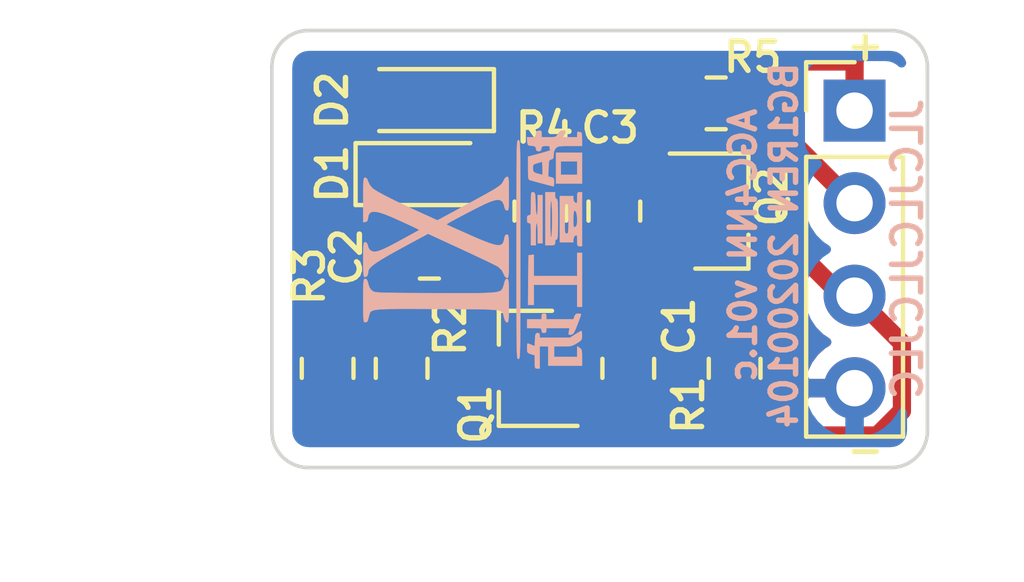
<source format=kicad_pcb>
(kicad_pcb (version 20171130) (host pcbnew "(5.1.5-0-10_14)")

  (general
    (thickness 1.6)
    (drawings 14)
    (tracks 43)
    (zones 0)
    (modules 14)
    (nets 10)
  )

  (page User 180.01 119.99)
  (title_block
    (title "AGC for NIUNIU")
    (date 2020-01-04)
    (rev v01.c)
    (company CQ11)
    (comment 4 BG1REN)
  )

  (layers
    (0 F.Cu signal)
    (31 B.Cu signal)
    (32 B.Adhes user)
    (33 F.Adhes user)
    (34 B.Paste user)
    (35 F.Paste user)
    (36 B.SilkS user)
    (37 F.SilkS user)
    (38 B.Mask user)
    (39 F.Mask user)
    (40 Dwgs.User user)
    (41 Cmts.User user)
    (42 Eco1.User user)
    (43 Eco2.User user)
    (44 Edge.Cuts user)
    (45 Margin user)
    (46 B.CrtYd user)
    (47 F.CrtYd user)
    (48 B.Fab user)
    (49 F.Fab user)
  )

  (setup
    (last_trace_width 0.25)
    (user_trace_width 0.5)
    (trace_clearance 0.2)
    (zone_clearance 0.508)
    (zone_45_only no)
    (trace_min 0.2)
    (via_size 0.8)
    (via_drill 0.4)
    (via_min_size 0.4)
    (via_min_drill 0.3)
    (user_via 1.6 0.8)
    (uvia_size 0.3)
    (uvia_drill 0.1)
    (uvias_allowed no)
    (uvia_min_size 0.2)
    (uvia_min_drill 0.1)
    (edge_width 0.05)
    (segment_width 0.2)
    (pcb_text_width 0.3)
    (pcb_text_size 1.5 1.5)
    (mod_edge_width 0.12)
    (mod_text_size 1 1)
    (mod_text_width 0.15)
    (pad_size 1.524 1.524)
    (pad_drill 0.762)
    (pad_to_mask_clearance 0.051)
    (solder_mask_min_width 0.25)
    (aux_axis_origin 0 0)
    (visible_elements FFFFFF7F)
    (pcbplotparams
      (layerselection 0x010fc_ffffffff)
      (usegerberextensions true)
      (usegerberattributes false)
      (usegerberadvancedattributes false)
      (creategerberjobfile false)
      (excludeedgelayer true)
      (linewidth 0.100000)
      (plotframeref false)
      (viasonmask false)
      (mode 1)
      (useauxorigin false)
      (hpglpennumber 1)
      (hpglpenspeed 20)
      (hpglpendiameter 15.000000)
      (psnegative false)
      (psa4output false)
      (plotreference true)
      (plotvalue true)
      (plotinvisibletext false)
      (padsonsilk false)
      (subtractmaskfromsilk false)
      (outputformat 1)
      (mirror false)
      (drillshape 0)
      (scaleselection 1)
      (outputdirectory "output/AGC4NN/"))
  )

  (net 0 "")
  (net 1 "Net-(C1-Pad2)")
  (net 2 AF_IN)
  (net 3 "Net-(C2-Pad2)")
  (net 4 "Net-(C2-Pad1)")
  (net 5 GND)
  (net 6 "Net-(C3-Pad1)")
  (net 7 AF_OUT)
  (net 8 VCC)
  (net 9 "Net-(C1-Pad1)")

  (net_class Default "This is the default net class."
    (clearance 0.2)
    (trace_width 0.25)
    (via_dia 0.8)
    (via_drill 0.4)
    (uvia_dia 0.3)
    (uvia_drill 0.1)
    (add_net AF_IN)
    (add_net AF_OUT)
    (add_net GND)
    (add_net "Net-(C1-Pad1)")
    (add_net "Net-(C1-Pad2)")
    (add_net "Net-(C2-Pad1)")
    (add_net "Net-(C2-Pad2)")
    (add_net "Net-(C3-Pad1)")
    (add_net VCC)
  )

  (module xi:xi-logo-a-07_07 (layer B.Cu) (tedit 5E1043BB) (tstamp 5E10DBAD)
    (at 61.5 46 270)
    (fp_text reference G*** (at 0 0 270) (layer B.SilkS) hide
      (effects (font (size 1.524 1.524) (thickness 0.3)) (justify mirror))
    )
    (fp_text value LOGO (at 0.75 0 270) (layer B.SilkS) hide
      (effects (font (size 1.524 1.524) (thickness 0.3)) (justify mirror))
    )
    (fp_line (start 3.5 -3.5) (end -3.5 -3.5) (layer B.CrtYd) (width 0.12))
    (fp_line (start 3.5 3.5) (end 3.5 -3.5) (layer B.CrtYd) (width 0.12))
    (fp_line (start -3.5 3.5) (end 3.5 3.5) (layer B.CrtYd) (width 0.12))
    (fp_line (start -3.5 -3.5) (end -3.5 3.5) (layer B.CrtYd) (width 0.12))
    (fp_poly (pts (xy 1.60758 2.989634) (xy 1.753158 2.988772) (xy 1.858688 2.986625) (xy 1.930605 2.982612)
      (xy 1.975344 2.976152) (xy 1.999338 2.966665) (xy 2.009023 2.95357) (xy 2.010833 2.936284)
      (xy 2.010833 2.936045) (xy 1.996728 2.888083) (xy 1.97776 2.872921) (xy 1.933128 2.860544)
      (xy 1.86041 2.840624) (xy 1.830189 2.832387) (xy 1.79299 2.82256) (xy 1.760936 2.812284)
      (xy 1.733664 2.797803) (xy 1.710807 2.775362) (xy 1.692 2.741203) (xy 1.676878 2.69157)
      (xy 1.665076 2.622707) (xy 1.656228 2.530858) (xy 1.649969 2.412265) (xy 1.645933 2.263174)
      (xy 1.643757 2.079827) (xy 1.643073 1.858467) (xy 1.643517 1.59534) (xy 1.644724 1.286688)
      (xy 1.646275 0.941074) (xy 1.647648 0.592597) (xy 1.648807 0.293206) (xy 1.650245 0.039073)
      (xy 1.652457 -0.173629) (xy 1.655937 -0.348727) (xy 1.66118 -0.490048) (xy 1.668679 -0.601418)
      (xy 1.678928 -0.686665) (xy 1.692423 -0.749615) (xy 1.709657 -0.794095) (xy 1.731125 -0.823933)
      (xy 1.757321 -0.842955) (xy 1.788739 -0.854989) (xy 1.825873 -0.86386) (xy 1.869218 -0.873396)
      (xy 1.880999 -0.876311) (xy 1.964805 -0.903828) (xy 2.004514 -0.934274) (xy 2.010833 -0.957501)
      (xy 2.007811 -0.972995) (xy 1.994486 -0.984744) (xy 1.964466 -0.993263) (xy 1.911363 -0.999065)
      (xy 1.828785 -1.002666) (xy 1.710343 -1.00458) (xy 1.549646 -1.00532) (xy 1.41552 -1.005416)
      (xy 1.223241 -1.005205) (xy 1.077465 -1.004213) (xy 0.971779 -1.001901) (xy 0.899771 -0.997732)
      (xy 0.855027 -0.991167) (xy 0.831136 -0.981667) (xy 0.821683 -0.968695) (xy 0.820208 -0.955444)
      (xy 0.836751 -0.916844) (xy 0.893038 -0.89248) (xy 0.918512 -0.88703) (xy 1.006409 -0.863954)
      (xy 1.085136 -0.833224) (xy 1.088548 -0.831494) (xy 1.114179 -0.81599) (xy 1.136236 -0.795393)
      (xy 1.154961 -0.765914) (xy 1.1706 -0.723765) (xy 1.183396 -0.665158) (xy 1.193593 -0.586304)
      (xy 1.201435 -0.483414) (xy 1.207167 -0.3527) (xy 1.211032 -0.190373) (xy 1.213275 0.007356)
      (xy 1.214139 0.244274) (xy 1.213869 0.524171) (xy 1.212708 0.850835) (xy 1.211643 1.0795)
      (xy 1.209986 1.409112) (xy 1.208396 1.689935) (xy 1.206718 1.926095) (xy 1.204798 2.121719)
      (xy 1.20248 2.280933) (xy 1.199611 2.407865) (xy 1.196035 2.506641) (xy 1.191598 2.581388)
      (xy 1.186144 2.636232) (xy 1.17952 2.675301) (xy 1.17157 2.70272) (xy 1.162139 2.722617)
      (xy 1.151074 2.739118) (xy 1.149327 2.741471) (xy 1.105037 2.789936) (xy 1.048704 2.824154)
      (xy 0.964818 2.851835) (xy 0.892968 2.868919) (xy 0.834163 2.897861) (xy 0.820208 2.93738)
      (xy 0.822209 2.954294) (xy 0.832499 2.967115) (xy 0.857507 2.97641) (xy 0.903662 2.982744)
      (xy 0.977393 2.986683) (xy 1.085129 2.988793) (xy 1.2333 2.989641) (xy 1.41552 2.989792)
      (xy 1.60758 2.989634)) (layer B.SilkS) (width 0.01))
    (fp_poly (pts (xy -0.745608 2.930261) (xy -0.764169 2.887004) (xy -0.813508 2.866386) (xy -0.846667 2.862047)
      (xy -0.931866 2.844928) (xy -0.990501 2.809336) (xy -1.022434 2.751229) (xy -1.027525 2.666564)
      (xy -1.005637 2.551301) (xy -0.956629 2.401395) (xy -0.880363 2.212807) (xy -0.819632 2.075351)
      (xy -0.753219 1.929179) (xy -0.690427 1.792322) (xy -0.636105 1.675247) (xy -0.5951 1.588421)
      (xy -0.576499 1.550422) (xy -0.524005 1.447198) (xy -0.251177 1.944378) (xy -0.140435 2.149171)
      (xy -0.055225 2.314454) (xy 0.006641 2.445788) (xy 0.04735 2.548739) (xy 0.06909 2.628869)
      (xy 0.074051 2.691742) (xy 0.06442 2.742921) (xy 0.063709 2.744954) (xy 0.028825 2.807285)
      (xy -0.030699 2.846452) (xy -0.112448 2.869658) (xy -0.171057 2.897635) (xy -0.185209 2.93738)
      (xy -0.182854 2.956016) (xy -0.171003 2.969618) (xy -0.142474 2.978978) (xy -0.090086 2.984885)
      (xy -0.00666 2.988129) (xy 0.114986 2.989502) (xy 0.282033 2.989792) (xy 0.291041 2.989792)
      (xy 0.460544 2.989492) (xy 0.584292 2.988088) (xy 0.669443 2.984828) (xy 0.723158 2.97896)
      (xy 0.752596 2.969729) (xy 0.764918 2.956384) (xy 0.767291 2.939706) (xy 0.744058 2.887634)
      (xy 0.677992 2.860598) (xy 0.634866 2.8575) (xy 0.58914 2.849526) (xy 0.540544 2.82319)
      (xy 0.486547 2.774874) (xy 0.424623 2.700962) (xy 0.352242 2.597835) (xy 0.266878 2.461875)
      (xy 0.166001 2.289465) (xy 0.047084 2.076987) (xy -0.092402 1.820824) (xy -0.101968 1.80308)
      (xy -0.420661 1.211681) (xy 0.002309 0.294955) (xy 0.099501 0.085385) (xy 0.192194 -0.11244)
      (xy 0.277516 -0.292542) (xy 0.352595 -0.448941) (xy 0.414558 -0.575658) (xy 0.460535 -0.666715)
      (xy 0.487652 -0.716131) (xy 0.489016 -0.718253) (xy 0.582998 -0.813973) (xy 0.673251 -0.860753)
      (xy 0.756646 -0.901539) (xy 0.791875 -0.943079) (xy 0.79375 -0.956094) (xy 0.791083 -0.97203)
      (xy 0.778811 -0.984112) (xy 0.750527 -0.992871) (xy 0.699825 -0.998839) (xy 0.620297 -1.002546)
      (xy 0.505538 -1.004523) (xy 0.34914 -1.005301) (xy 0.198437 -1.005416) (xy 0.006331 -1.005243)
      (xy -0.139289 -1.004343) (xy -0.244853 -1.002149) (xy -0.31679 -0.998093) (xy -0.36153 -0.991607)
      (xy -0.385504 -0.982122) (xy -0.395142 -0.96907) (xy -0.396875 -0.952812) (xy -0.384477 -0.915687)
      (xy -0.339078 -0.893126) (xy -0.289267 -0.883001) (xy -0.216956 -0.867637) (xy -0.161853 -0.844494)
      (xy -0.124585 -0.809277) (xy -0.105783 -0.757692) (xy -0.106074 -0.685445) (xy -0.126088 -0.588241)
      (xy -0.166454 -0.461786) (xy -0.227801 -0.301786) (xy -0.310759 -0.103947) (xy -0.415955 0.136025)
      (xy -0.449621 0.211667) (xy -0.516049 0.36022) (xy -0.575031 0.491435) (xy -0.623239 0.597961)
      (xy -0.657341 0.672444) (xy -0.674007 0.70753) (xy -0.674999 0.709228) (xy -0.690641 0.690899)
      (xy -0.728009 0.628692) (xy -0.785221 0.526086) (xy -0.860393 0.38656) (xy -0.951642 0.213594)
      (xy -1.057086 0.010667) (xy -1.134943 -0.140725) (xy -1.233039 -0.339295) (xy -1.302073 -0.49848)
      (xy -1.342097 -0.623085) (xy -1.353161 -0.717913) (xy -1.335318 -0.787769) (xy -1.288618 -0.837456)
      (xy -1.213113 -0.871778) (xy -1.14294 -0.889276) (xy -1.078049 -0.914329) (xy -1.058334 -0.955807)
      (xy -1.061358 -0.973684) (xy -1.075264 -0.986669) (xy -1.107308 -0.995539) (xy -1.164742 -1.00107)
      (xy -1.254819 -1.004041) (xy -1.384794 -1.005228) (xy -1.521355 -1.005416) (xy -1.688414 -1.005056)
      (xy -1.809785 -1.003478) (xy -1.892692 -0.999936) (xy -1.944361 -0.993683) (xy -1.972017 -0.983973)
      (xy -1.982886 -0.970061) (xy -1.984375 -0.957591) (xy -1.959027 -0.912344) (xy -1.886877 -0.866889)
      (xy -1.876378 -0.862118) (xy -1.840709 -0.844861) (xy -1.807481 -0.823551) (xy -1.773891 -0.79382)
      (xy -1.737135 -0.7513) (xy -1.69441 -0.69162) (xy -1.642912 -0.610412) (xy -1.579839 -0.503307)
      (xy -1.502386 -0.365936) (xy -1.40775 -0.193931) (xy -1.293128 0.017079) (xy -1.191218 0.205677)
      (xy -0.787441 0.953749) (xy -1.006348 1.43599) (xy -1.14308 1.733433) (xy -1.268633 1.998951)
      (xy -1.381508 2.229597) (xy -1.480203 2.422424) (xy -1.563218 2.574486) (xy -1.629052 2.682836)
      (xy -1.66863 2.736394) (xy -1.758821 2.81347) (xy -1.854501 2.858151) (xy -1.927035 2.886186)
      (xy -1.956191 2.922732) (xy -1.957917 2.937895) (xy -1.95585 2.954463) (xy -1.945416 2.967071)
      (xy -1.92027 2.976259) (xy -1.874062 2.982568) (xy -1.800447 2.986535) (xy -1.693077 2.988702)
      (xy -1.545605 2.989608) (xy -1.351683 2.989792) (xy -0.737153 2.989792) (xy -0.745608 2.930261)) (layer B.SilkS) (width 0.01))
    (fp_poly (pts (xy 0.475483 -1.217094) (xy 0.887688 -1.217161) (xy 1.252712 -1.217335) (xy 1.573421 -1.217666)
      (xy 1.852684 -1.218205) (xy 2.093369 -1.219002) (xy 2.298341 -1.220107) (xy 2.47047 -1.221572)
      (xy 2.612623 -1.223447) (xy 2.727667 -1.225782) (xy 2.81847 -1.228627) (xy 2.887899 -1.232034)
      (xy 2.938822 -1.236053) (xy 2.974107 -1.240735) (xy 2.996621 -1.246129) (xy 3.009231 -1.252287)
      (xy 3.014805 -1.259259) (xy 3.016211 -1.267095) (xy 3.01625 -1.27) (xy 3.015614 -1.278145)
      (xy 3.011797 -1.285408) (xy 3.00193 -1.291841) (xy 2.983146 -1.297492) (xy 2.952577 -1.302413)
      (xy 2.907356 -1.306654) (xy 2.844616 -1.310266) (xy 2.761488 -1.313299) (xy 2.655104 -1.315804)
      (xy 2.522599 -1.317831) (xy 2.361103 -1.319431) (xy 2.16775 -1.320654) (xy 1.939672 -1.321552)
      (xy 1.674001 -1.322174) (xy 1.36787 -1.32257) (xy 1.018411 -1.322792) (xy 0.622757 -1.322891)
      (xy 0.17804 -1.322915) (xy 0.013229 -1.322916) (xy -0.449026 -1.322905) (xy -0.861231 -1.322838)
      (xy -1.226254 -1.322664) (xy -1.546964 -1.322333) (xy -1.826227 -1.321794) (xy -2.066911 -1.320997)
      (xy -2.271884 -1.319892) (xy -2.444013 -1.318427) (xy -2.586166 -1.316552) (xy -2.70121 -1.314217)
      (xy -2.792013 -1.311372) (xy -2.861442 -1.307965) (xy -2.912365 -1.303946) (xy -2.94765 -1.299264)
      (xy -2.970163 -1.29387) (xy -2.982774 -1.287712) (xy -2.988348 -1.28074) (xy -2.989754 -1.272904)
      (xy -2.989792 -1.27) (xy -2.989157 -1.261854) (xy -2.98534 -1.254591) (xy -2.975473 -1.248158)
      (xy -2.956689 -1.242507) (xy -2.92612 -1.237586) (xy -2.880899 -1.233345) (xy -2.818158 -1.229733)
      (xy -2.73503 -1.2267) (xy -2.628647 -1.224195) (xy -2.496142 -1.222168) (xy -2.334646 -1.220568)
      (xy -2.141293 -1.219345) (xy -1.913215 -1.218447) (xy -1.647544 -1.217825) (xy -1.341413 -1.217429)
      (xy -0.991954 -1.217207) (xy -0.5963 -1.217108) (xy -0.151583 -1.217084) (xy 0.013229 -1.217083)
      (xy 0.475483 -1.217094)) (layer B.SilkS) (width 0.01))
    (fp_poly (pts (xy -0.750969 -1.512562) (xy -0.720367 -1.530498) (xy -0.714375 -1.561041) (xy -0.711149 -1.583777)
      (xy -0.695499 -1.598868) (xy -0.658475 -1.607871) (xy -0.591124 -1.612342) (xy -0.484493 -1.613838)
      (xy -0.410105 -1.613958) (xy -0.105834 -1.613958) (xy -0.105834 -1.74625) (xy -0.410105 -1.74625)
      (xy -0.545492 -1.748455) (xy -0.645125 -1.754701) (xy -0.702615 -1.764432) (xy -0.714375 -1.772708)
      (xy -0.689145 -1.784819) (xy -0.618233 -1.793629) (xy -0.508812 -1.798456) (xy -0.436563 -1.799166)
      (xy -0.15875 -1.799166) (xy -0.15875 -1.931458) (xy -1.481667 -1.931458) (xy -1.481667 -1.799166)
      (xy -1.203855 -1.799166) (xy -1.061586 -1.796308) (xy -0.970931 -1.788832) (xy -0.93096 -1.778392)
      (xy -0.940742 -1.766636) (xy -0.999347 -1.755217) (xy -1.105844 -1.745784) (xy -1.236928 -1.740475)
      (xy -1.369268 -1.736821) (xy -1.457847 -1.732124) (xy -1.511811 -1.724465) (xy -1.540308 -1.711924)
      (xy -1.552486 -1.692584) (xy -1.556268 -1.673489) (xy -1.558077 -1.64847) (xy -1.549369 -1.631674)
      (xy -1.52159 -1.621463) (xy -1.466182 -1.616199) (xy -1.37459 -1.614244) (xy -1.245382 -1.613958)
      (xy -1.110904 -1.613444) (xy -1.020595 -1.610937) (xy -0.965711 -1.604987) (xy -0.937508 -1.594146)
      (xy -0.927241 -1.576965) (xy -0.926042 -1.561041) (xy -0.917167 -1.526421) (xy -0.881296 -1.51112)
      (xy -0.820209 -1.508125) (xy -0.750969 -1.512562)) (layer B.SilkS) (width 0.01))
    (fp_poly (pts (xy -0.105834 -2.143125) (xy -0.107568 -2.221438) (xy -0.118231 -2.26049) (xy -0.146011 -2.273931)
      (xy -0.185209 -2.275416) (xy -0.248225 -2.287249) (xy -0.264584 -2.315104) (xy -0.270927 -2.328502)
      (xy -0.294161 -2.338571) (xy -0.340598 -2.345762) (xy -0.416545 -2.350526) (xy -0.528314 -2.353313)
      (xy -0.682214 -2.354575) (xy -0.820209 -2.354791) (xy -1.007779 -2.354338) (xy -1.148748 -2.352678)
      (xy -1.249426 -2.349362) (xy -1.316121 -2.343937) (xy -1.355143 -2.335953) (xy -1.372803 -2.32496)
      (xy -1.375834 -2.315104) (xy -1.395915 -2.28575) (xy -1.460004 -2.275488) (xy -1.468438 -2.275416)
      (xy -1.561042 -2.275416) (xy -1.561042 -2.169583) (xy -1.322917 -2.169583) (xy -1.297027 -2.179496)
      (xy -1.221553 -2.187247) (xy -1.099791 -2.192664) (xy -0.935037 -2.195572) (xy -0.820209 -2.196041)
      (xy -0.631864 -2.194679) (xy -0.484587 -2.190706) (xy -0.381671 -2.184298) (xy -0.326414 -2.175626)
      (xy -0.3175 -2.169583) (xy -0.343391 -2.15967) (xy -0.418865 -2.151919) (xy -0.540627 -2.146502)
      (xy -0.70538 -2.143594) (xy -0.820209 -2.143125) (xy -1.008553 -2.144487) (xy -1.155831 -2.148459)
      (xy -1.258746 -2.154868) (xy -1.314003 -2.163539) (xy -1.322917 -2.169583) (xy -1.561042 -2.169583)
      (xy -1.561042 -2.010833) (xy -0.105834 -2.010833) (xy -0.105834 -2.143125)) (layer B.SilkS) (width 0.01))
    (fp_poly (pts (xy 2.169583 -1.706562) (xy 2.170407 -1.807496) (xy 2.175357 -1.866661) (xy 2.188148 -1.895203)
      (xy 2.212496 -1.90427) (xy 2.235729 -1.905) (xy 2.286079 -1.915927) (xy 2.301595 -1.958956)
      (xy 2.301875 -1.971145) (xy 2.290947 -2.021496) (xy 2.247918 -2.037012) (xy 2.235729 -2.037291)
      (xy 2.169583 -2.037291) (xy 2.169583 -2.674689) (xy 2.264266 -2.656926) (xy 2.326367 -2.647959)
      (xy 2.350816 -2.659215) (xy 2.351683 -2.699746) (xy 2.350256 -2.712235) (xy 2.341911 -2.746669)
      (xy 2.320205 -2.775355) (xy 2.27612 -2.804105) (xy 2.200638 -2.838735) (xy 2.084743 -2.885058)
      (xy 2.078335 -2.887549) (xy 1.968427 -2.929509) (xy 1.876799 -2.963126) (xy 1.814631 -2.984379)
      (xy 1.793907 -2.989791) (xy 1.778826 -2.966838) (xy 1.772708 -2.913004) (xy 1.783964 -2.852967)
      (xy 1.827878 -2.817988) (xy 1.852083 -2.808547) (xy 1.931458 -2.780877) (xy 1.931458 -2.037291)
      (xy 1.852083 -2.037291) (xy 1.795356 -2.030172) (xy 1.774603 -1.99991) (xy 1.772708 -1.971145)
      (xy 1.781251 -1.923873) (xy 1.817566 -1.906579) (xy 1.852083 -1.905) (xy 1.931458 -1.905)
      (xy 1.931458 -1.508125) (xy 2.169583 -1.508125) (xy 2.169583 -1.706562)) (layer B.SilkS) (width 0.01))
    (fp_poly (pts (xy 2.798546 -1.510425) (xy 2.840997 -1.525029) (xy 2.866115 -1.563485) (xy 2.883958 -1.613958)
      (xy 2.918886 -1.719791) (xy 3.099859 -1.719791) (xy 3.195256 -1.720819) (xy 3.249402 -1.726744)
      (xy 3.273958 -1.741829) (xy 3.280588 -1.770335) (xy 3.280833 -1.785937) (xy 3.280833 -1.852083)
      (xy 2.672291 -1.852083) (xy 2.672291 -2.090208) (xy 3.201458 -2.090208) (xy 3.201458 -3.01625)
      (xy 2.979605 -3.01625) (xy 2.86994 -3.015121) (xy 2.800393 -3.009609) (xy 2.75818 -2.996524)
      (xy 2.730514 -2.972678) (xy 2.714412 -2.950104) (xy 2.671071 -2.883958) (xy 2.963333 -2.883958)
      (xy 2.963333 -2.248958) (xy 2.672291 -2.248958) (xy 2.672291 -2.489721) (xy 2.670897 -2.607913)
      (xy 2.664153 -2.690314) (xy 2.648218 -2.75403) (xy 2.619251 -2.816166) (xy 2.586302 -2.872616)
      (xy 2.537436 -2.950207) (xy 2.499708 -2.99279) (xy 2.45742 -3.010964) (xy 2.394871 -3.015327)
      (xy 2.374635 -3.015499) (xy 2.301525 -3.012194) (xy 2.256551 -3.002942) (xy 2.249635 -2.996406)
      (xy 2.263232 -2.965381) (xy 2.29806 -2.903931) (xy 2.342239 -2.832267) (xy 2.434166 -2.687972)
      (xy 2.434166 -1.852083) (xy 2.36618 -1.852083) (xy 2.316625 -1.843445) (xy 2.304982 -1.808577)
      (xy 2.306649 -1.792552) (xy 2.316156 -1.760423) (xy 2.341428 -1.741492) (xy 2.394728 -1.731302)
      (xy 2.488315 -1.725396) (xy 2.49186 -1.725239) (xy 2.668616 -1.717457) (xy 2.630766 -1.62687)
      (xy 2.606015 -1.564183) (xy 2.593348 -1.525356) (xy 2.592916 -1.522203) (xy 2.616684 -1.514058)
      (xy 2.677259 -1.508974) (xy 2.720973 -1.508125) (xy 2.798546 -1.510425)) (layer B.SilkS) (width 0.01))
    (fp_poly (pts (xy 1.534583 -1.693333) (xy 0.978958 -1.693333) (xy 0.978958 -2.883958) (xy 1.5875 -2.883958)
      (xy 1.5875 -3.01625) (xy 0.105833 -3.01625) (xy 0.105833 -2.883958) (xy 0.740833 -2.883958)
      (xy 0.740833 -1.693333) (xy 0.155235 -1.693333) (xy 0.163607 -1.620572) (xy 0.171979 -1.547812)
      (xy 0.853281 -1.540751) (xy 1.534583 -1.533689) (xy 1.534583 -1.693333)) (layer B.SilkS) (width 0.01))
    (fp_poly (pts (xy -0.185209 -2.778125) (xy -0.263653 -2.778125) (xy -0.339533 -2.79739) (xy -0.370417 -2.831041)
      (xy -0.382497 -2.860208) (xy -0.372264 -2.876057) (xy -0.329692 -2.882626) (xy -0.244755 -2.883956)
      (xy -0.239056 -2.883958) (xy -0.150755 -2.885339) (xy -0.10297 -2.892905) (xy -0.083309 -2.911789)
      (xy -0.079381 -2.947123) (xy -0.079375 -2.950104) (xy -0.079375 -3.01625) (xy -1.561042 -3.01625)
      (xy -1.561042 -2.950104) (xy -1.557707 -2.913526) (xy -1.539442 -2.893731) (xy -1.493855 -2.885587)
      (xy -1.408557 -2.88396) (xy -1.401361 -2.883958) (xy -1.313974 -2.882788) (xy -1.269469 -2.876586)
      (xy -1.257817 -2.861313) (xy -1.268994 -2.83293) (xy -1.27 -2.831041) (xy -1.307493 -2.799291)
      (xy -1.058334 -2.799291) (xy -1.035641 -2.844203) (xy -0.966368 -2.872088) (xy -0.848729 -2.883571)
      (xy -0.815848 -2.883958) (xy -0.716883 -2.881634) (xy -0.65732 -2.872384) (xy -0.623759 -2.852787)
      (xy -0.608542 -2.831041) (xy -0.59782 -2.806056) (xy -0.604163 -2.790503) (xy -0.636454 -2.78215)
      (xy -0.703577 -2.778768) (xy -0.814415 -2.778125) (xy -0.819278 -2.778125) (xy -0.924365 -2.780293)
      (xy -1.005914 -2.786103) (xy -1.052144 -2.794511) (xy -1.058334 -2.799291) (xy -1.307493 -2.799291)
      (xy -1.322232 -2.78681) (xy -1.376765 -2.778125) (xy -1.455209 -2.778125) (xy -1.455209 -2.575277)
      (xy -1.243542 -2.575277) (xy -1.231789 -2.620276) (xy -1.225903 -2.628194) (xy -1.194536 -2.634393)
      (xy -1.12001 -2.63964) (xy -1.012082 -2.643513) (xy -0.880507 -2.645593) (xy -0.815799 -2.645833)
      (xy -0.664247 -2.645479) (xy -0.557705 -2.643707) (xy -0.488271 -2.639452) (xy -0.44804 -2.631646)
      (xy -0.429108 -2.619226) (xy -0.423571 -2.601125) (xy -0.423334 -2.592916) (xy -0.425868 -2.57286)
      (xy -0.438627 -2.558634) (xy -0.469346 -2.54924) (xy -0.52576 -2.543679) (xy -0.615603 -2.540954)
      (xy -0.746611 -2.540066) (xy -0.833438 -2.54) (xy -0.995159 -2.540914) (xy -1.11049 -2.544031)
      (xy -1.185933 -2.54991) (xy -1.22799 -2.559109) (xy -1.243162 -2.572188) (xy -1.243542 -2.575277)
      (xy -1.455209 -2.575277) (xy -1.455209 -2.407708) (xy -0.185209 -2.407708) (xy -0.185209 -2.778125)) (layer B.SilkS) (width 0.01))
    (fp_poly (pts (xy -1.799167 -3.01625) (xy -2.645834 -3.01625) (xy -2.645834 -2.434166) (xy -2.407709 -2.434166)
      (xy -2.407709 -2.883958) (xy -2.037292 -2.883958) (xy -2.037292 -2.434166) (xy -2.407709 -2.434166)
      (xy -2.645834 -2.434166) (xy -2.645834 -2.301875) (xy -1.799167 -2.301875) (xy -1.799167 -3.01625)) (layer B.SilkS) (width 0.01))
    (fp_poly (pts (xy -2.956719 -1.513218) (xy -2.886078 -1.520939) (xy -2.852399 -1.540869) (xy -2.83984 -1.588647)
      (xy -2.836215 -1.632183) (xy -2.82697 -1.703442) (xy -2.806031 -1.737612) (xy -2.762854 -1.750509)
      (xy -2.75684 -1.751246) (xy -2.703017 -1.768544) (xy -2.685868 -1.813029) (xy -2.685521 -1.825625)
      (xy -2.697155 -1.87651) (xy -2.742136 -1.897845) (xy -2.758282 -1.900142) (xy -2.803236 -1.910024)
      (xy -2.824471 -1.936159) (xy -2.830753 -1.993901) (xy -2.831042 -2.027602) (xy -2.828568 -2.100051)
      (xy -2.817092 -2.131414) (xy -2.790536 -2.13344) (xy -2.778126 -2.129895) (xy -2.735297 -2.128157)
      (xy -2.722842 -2.161185) (xy -2.715649 -2.159372) (xy -2.697356 -2.111224) (xy -2.669496 -2.021797)
      (xy -2.63802 -1.911614) (xy -2.398722 -1.911614) (xy -2.380719 -1.921285) (xy -2.321998 -1.928348)
      (xy -2.234744 -1.931422) (xy -2.223558 -1.931458) (xy -2.036284 -1.931458) (xy -2.053891 -1.858697)
      (xy -2.080431 -1.760072) (xy -2.106945 -1.702565) (xy -2.142947 -1.675243) (xy -2.19795 -1.667175)
      (xy -2.220826 -1.666875) (xy -2.287291 -1.670233) (xy -2.323088 -1.689785) (xy -2.345363 -1.739747)
      (xy -2.356453 -1.779322) (xy -2.377512 -1.852485) (xy -2.394594 -1.902725) (xy -2.398722 -1.911614)
      (xy -2.63802 -1.911614) (xy -2.6336 -1.896143) (xy -2.591198 -1.739317) (xy -2.567062 -1.647031)
      (xy -2.537961 -1.534583) (xy -2.223264 -1.534583) (xy -2.088109 -1.535418) (xy -1.996831 -1.53877)
      (xy -1.940403 -1.545912) (xy -1.9098 -1.558114) (xy -1.895997 -1.576648) (xy -1.89456 -1.580885)
      (xy -1.878875 -1.635592) (xy -1.855091 -1.721848) (xy -1.826377 -1.827766) (xy -1.795904 -1.941464)
      (xy -1.766841 -2.051054) (xy -1.742358 -2.144654) (xy -1.725624 -2.210378) (xy -1.719792 -2.23617)
      (xy -1.743436 -2.243856) (xy -1.80314 -2.248416) (xy -1.836752 -2.248958) (xy -1.910291 -2.245785)
      (xy -1.947833 -2.229565) (xy -1.966215 -2.190246) (xy -1.971365 -2.168587) (xy -1.989018 -2.088215)
      (xy -2.21708 -2.095826) (xy -2.327339 -2.100344) (xy -2.395822 -2.107142) (xy -2.433661 -2.119591)
      (xy -2.451987 -2.14106) (xy -2.460691 -2.169583) (xy -2.477138 -2.211233) (xy -2.511256 -2.230539)
      (xy -2.579386 -2.235675) (xy -2.592907 -2.235729) (xy -2.688802 -2.246587) (xy -2.75706 -2.284105)
      (xy -2.770308 -2.296463) (xy -2.795716 -2.325305) (xy -2.812853 -2.358591) (xy -2.823335 -2.406702)
      (xy -2.828779 -2.480022) (xy -2.830799 -2.588931) (xy -2.831042 -2.686723) (xy -2.831042 -3.01625)
      (xy -3.01625 -3.01625) (xy -3.107532 -3.013073) (xy -3.173679 -3.004713) (xy -3.201312 -2.992925)
      (xy -3.201459 -2.991955) (xy -3.210186 -2.947615) (xy -3.217519 -2.925809) (xy -3.21736 -2.896104)
      (xy -3.178876 -2.884755) (xy -3.151373 -2.883958) (xy -3.069167 -2.883958) (xy -3.069167 -2.480997)
      (xy -3.134382 -2.523727) (xy -3.202038 -2.56001) (xy -3.2396 -2.556302) (xy -3.253717 -2.510691)
      (xy -3.254375 -2.489241) (xy -3.24174 -2.427564) (xy -3.195668 -2.377583) (xy -3.161771 -2.354791)
      (xy -3.114469 -2.323618) (xy -3.086854 -2.293246) (xy -3.073627 -2.249172) (xy -3.069491 -2.176893)
      (xy -3.069167 -2.101279) (xy -3.069167 -1.905) (xy -3.163529 -1.905) (xy -3.225918 -1.901205)
      (xy -3.249874 -1.881718) (xy -3.249763 -1.834384) (xy -3.249518 -1.832239) (xy -3.234197 -1.779882)
      (xy -3.193103 -1.756736) (xy -3.155157 -1.751188) (xy -3.102215 -1.742697) (xy -3.07719 -1.720506)
      (xy -3.069646 -1.669178) (xy -3.069167 -1.623989) (xy -3.069167 -1.505082) (xy -2.956719 -1.513218)) (layer B.SilkS) (width 0.01))
  )

  (module Connector_PinHeader_2.54mm:PinHeader_1x04_P2.54mm_Vertical (layer F.Cu) (tedit 59FED5CC) (tstamp 5E0842FC)
    (at 72 42.2)
    (descr "Through hole straight pin header, 1x04, 2.54mm pitch, single row")
    (tags "Through hole pin header THT 1x04 2.54mm single row")
    (path /5E0ABF4F)
    (fp_text reference J1 (at 0 -2.33) (layer F.SilkS) hide
      (effects (font (size 1 1) (thickness 0.15)))
    )
    (fp_text value Conn_01x04 (at 0 9.95) (layer F.Fab)
      (effects (font (size 1 1) (thickness 0.15)))
    )
    (fp_text user %R (at 0 3.81 90) (layer F.Fab)
      (effects (font (size 1 1) (thickness 0.15)))
    )
    (fp_line (start 1.8 -1.8) (end -1.8 -1.8) (layer F.CrtYd) (width 0.05))
    (fp_line (start 1.8 9.4) (end 1.8 -1.8) (layer F.CrtYd) (width 0.05))
    (fp_line (start -1.8 9.4) (end 1.8 9.4) (layer F.CrtYd) (width 0.05))
    (fp_line (start -1.8 -1.8) (end -1.8 9.4) (layer F.CrtYd) (width 0.05))
    (fp_line (start -1.33 -1.33) (end 0 -1.33) (layer F.SilkS) (width 0.12))
    (fp_line (start -1.33 0) (end -1.33 -1.33) (layer F.SilkS) (width 0.12))
    (fp_line (start -1.33 1.27) (end 1.33 1.27) (layer F.SilkS) (width 0.12))
    (fp_line (start 1.33 1.27) (end 1.33 8.95) (layer F.SilkS) (width 0.12))
    (fp_line (start -1.33 1.27) (end -1.33 8.95) (layer F.SilkS) (width 0.12))
    (fp_line (start -1.33 8.95) (end 1.33 8.95) (layer F.SilkS) (width 0.12))
    (fp_line (start -1.27 -0.635) (end -0.635 -1.27) (layer F.Fab) (width 0.1))
    (fp_line (start -1.27 8.89) (end -1.27 -0.635) (layer F.Fab) (width 0.1))
    (fp_line (start 1.27 8.89) (end -1.27 8.89) (layer F.Fab) (width 0.1))
    (fp_line (start 1.27 -1.27) (end 1.27 8.89) (layer F.Fab) (width 0.1))
    (fp_line (start -0.635 -1.27) (end 1.27 -1.27) (layer F.Fab) (width 0.1))
    (pad 4 thru_hole oval (at 0 7.62) (size 1.7 1.7) (drill 1) (layers *.Cu *.Mask)
      (net 5 GND))
    (pad 3 thru_hole oval (at 0 5.08) (size 1.7 1.7) (drill 1) (layers *.Cu *.Mask)
      (net 7 AF_OUT))
    (pad 2 thru_hole oval (at 0 2.54) (size 1.7 1.7) (drill 1) (layers *.Cu *.Mask)
      (net 2 AF_IN))
    (pad 1 thru_hole rect (at 0 0) (size 1.7 1.7) (drill 1) (layers *.Cu *.Mask)
      (net 8 VCC))
    (model ${KISYS3DMOD}/Connector_PinHeader_2.54mm.3dshapes/PinHeader_1x04_P2.54mm_Vertical.wrl
      (at (xyz 0 0 0))
      (scale (xyz 1 1 1))
      (rotate (xyz 0 0 0))
    )
  )

  (module Package_TO_SOT_SMD:SOT-23 (layer F.Cu) (tedit 5A02FF57) (tstamp 5E084326)
    (at 68.326 44.958)
    (descr "SOT-23, Standard")
    (tags SOT-23)
    (path /5E08451C)
    (attr smd)
    (fp_text reference Q2 (at 1.397 0.508 -90) (layer F.SilkS)
      (effects (font (size 0.8 0.8) (thickness 0.15)) (justify left))
    )
    (fp_text value 2N7002 (at 0 2.5) (layer F.Fab)
      (effects (font (size 1 1) (thickness 0.15)))
    )
    (fp_line (start 0.76 1.58) (end -0.7 1.58) (layer F.SilkS) (width 0.12))
    (fp_line (start 0.76 -1.58) (end -1.4 -1.58) (layer F.SilkS) (width 0.12))
    (fp_line (start -1.7 1.75) (end -1.7 -1.75) (layer F.CrtYd) (width 0.05))
    (fp_line (start 1.7 1.75) (end -1.7 1.75) (layer F.CrtYd) (width 0.05))
    (fp_line (start 1.7 -1.75) (end 1.7 1.75) (layer F.CrtYd) (width 0.05))
    (fp_line (start -1.7 -1.75) (end 1.7 -1.75) (layer F.CrtYd) (width 0.05))
    (fp_line (start 0.76 -1.58) (end 0.76 -0.65) (layer F.SilkS) (width 0.12))
    (fp_line (start 0.76 1.58) (end 0.76 0.65) (layer F.SilkS) (width 0.12))
    (fp_line (start -0.7 1.52) (end 0.7 1.52) (layer F.Fab) (width 0.1))
    (fp_line (start 0.7 -1.52) (end 0.7 1.52) (layer F.Fab) (width 0.1))
    (fp_line (start -0.7 -0.95) (end -0.15 -1.52) (layer F.Fab) (width 0.1))
    (fp_line (start -0.15 -1.52) (end 0.7 -1.52) (layer F.Fab) (width 0.1))
    (fp_line (start -0.7 -0.95) (end -0.7 1.5) (layer F.Fab) (width 0.1))
    (fp_text user %R (at 0 0 90) (layer F.Fab)
      (effects (font (size 0.5 0.5) (thickness 0.075)))
    )
    (pad 3 smd rect (at 1 0) (size 0.9 0.8) (layers F.Cu F.Paste F.Mask)
      (net 7 AF_OUT))
    (pad 2 smd rect (at -1 0.95) (size 0.9 0.8) (layers F.Cu F.Paste F.Mask)
      (net 5 GND))
    (pad 1 smd rect (at -1 -0.95) (size 0.9 0.8) (layers F.Cu F.Paste F.Mask)
      (net 6 "Net-(C3-Pad1)"))
    (model ${KISYS3DMOD}/Package_TO_SOT_SMD.3dshapes/SOT-23.wrl
      (at (xyz 0 0 0))
      (scale (xyz 1 1 1))
      (rotate (xyz 0 0 0))
    )
  )

  (module Package_TO_SOT_SMD:SOT-23 (layer F.Cu) (tedit 5A02FF57) (tstamp 5E084311)
    (at 62.992 49.276 180)
    (descr "SOT-23, Standard")
    (tags SOT-23)
    (path /5E083BF4)
    (attr smd)
    (fp_text reference Q1 (at 1.397 -2.159 90) (layer F.SilkS)
      (effects (font (size 0.8 0.8) (thickness 0.15)) (justify left))
    )
    (fp_text value MMBT3904 (at 0 2.5) (layer F.Fab)
      (effects (font (size 1 1) (thickness 0.15)))
    )
    (fp_line (start 0.76 1.58) (end -0.7 1.58) (layer F.SilkS) (width 0.12))
    (fp_line (start 0.76 -1.58) (end -1.4 -1.58) (layer F.SilkS) (width 0.12))
    (fp_line (start -1.7 1.75) (end -1.7 -1.75) (layer F.CrtYd) (width 0.05))
    (fp_line (start 1.7 1.75) (end -1.7 1.75) (layer F.CrtYd) (width 0.05))
    (fp_line (start 1.7 -1.75) (end 1.7 1.75) (layer F.CrtYd) (width 0.05))
    (fp_line (start -1.7 -1.75) (end 1.7 -1.75) (layer F.CrtYd) (width 0.05))
    (fp_line (start 0.76 -1.58) (end 0.76 -0.65) (layer F.SilkS) (width 0.12))
    (fp_line (start 0.76 1.58) (end 0.76 0.65) (layer F.SilkS) (width 0.12))
    (fp_line (start -0.7 1.52) (end 0.7 1.52) (layer F.Fab) (width 0.1))
    (fp_line (start 0.7 -1.52) (end 0.7 1.52) (layer F.Fab) (width 0.1))
    (fp_line (start -0.7 -0.95) (end -0.15 -1.52) (layer F.Fab) (width 0.1))
    (fp_line (start -0.15 -1.52) (end 0.7 -1.52) (layer F.Fab) (width 0.1))
    (fp_line (start -0.7 -0.95) (end -0.7 1.5) (layer F.Fab) (width 0.1))
    (fp_text user %R (at 0 0 90) (layer F.Fab)
      (effects (font (size 0.5 0.5) (thickness 0.075)))
    )
    (pad 3 smd rect (at 1 0 180) (size 0.9 0.8) (layers F.Cu F.Paste F.Mask)
      (net 3 "Net-(C2-Pad2)"))
    (pad 2 smd rect (at -1 0.95 180) (size 0.9 0.8) (layers F.Cu F.Paste F.Mask)
      (net 5 GND))
    (pad 1 smd rect (at -1 -0.95 180) (size 0.9 0.8) (layers F.Cu F.Paste F.Mask)
      (net 1 "Net-(C1-Pad2)"))
    (model ${KISYS3DMOD}/Package_TO_SOT_SMD.3dshapes/SOT-23.wrl
      (at (xyz 0 0 0))
      (scale (xyz 1 1 1))
      (rotate (xyz 0 0 0))
    )
  )

  (module Capacitor_SMD:C_0805_2012Metric_Pad1.15x1.40mm_HandSolder (layer F.Cu) (tedit 5B36C52B) (tstamp 5E08428F)
    (at 65.405 44.958 270)
    (descr "Capacitor SMD 0805 (2012 Metric), square (rectangular) end terminal, IPC_7351 nominal with elongated pad for handsoldering. (Body size source: https://docs.google.com/spreadsheets/d/1BsfQQcO9C6DZCsRaXUlFlo91Tg2WpOkGARC1WS5S8t0/edit?usp=sharing), generated with kicad-footprint-generator")
    (tags "capacitor handsolder")
    (path /5E08A7AD)
    (attr smd)
    (fp_text reference C3 (at -2.286 -0.762) (layer F.SilkS)
      (effects (font (size 0.8 0.8) (thickness 0.15)) (justify right))
    )
    (fp_text value 10u (at 0 1.65 90) (layer F.Fab)
      (effects (font (size 1 1) (thickness 0.15)))
    )
    (fp_text user %R (at 0 0 90) (layer F.Fab)
      (effects (font (size 0.5 0.5) (thickness 0.08)))
    )
    (fp_line (start 1.85 0.95) (end -1.85 0.95) (layer F.CrtYd) (width 0.05))
    (fp_line (start 1.85 -0.95) (end 1.85 0.95) (layer F.CrtYd) (width 0.05))
    (fp_line (start -1.85 -0.95) (end 1.85 -0.95) (layer F.CrtYd) (width 0.05))
    (fp_line (start -1.85 0.95) (end -1.85 -0.95) (layer F.CrtYd) (width 0.05))
    (fp_line (start -0.261252 0.71) (end 0.261252 0.71) (layer F.SilkS) (width 0.12))
    (fp_line (start -0.261252 -0.71) (end 0.261252 -0.71) (layer F.SilkS) (width 0.12))
    (fp_line (start 1 0.6) (end -1 0.6) (layer F.Fab) (width 0.1))
    (fp_line (start 1 -0.6) (end 1 0.6) (layer F.Fab) (width 0.1))
    (fp_line (start -1 -0.6) (end 1 -0.6) (layer F.Fab) (width 0.1))
    (fp_line (start -1 0.6) (end -1 -0.6) (layer F.Fab) (width 0.1))
    (pad 2 smd roundrect (at 1.025 0 270) (size 1.15 1.4) (layers F.Cu F.Paste F.Mask) (roundrect_rratio 0.217391)
      (net 5 GND))
    (pad 1 smd roundrect (at -1.025 0 270) (size 1.15 1.4) (layers F.Cu F.Paste F.Mask) (roundrect_rratio 0.217391)
      (net 6 "Net-(C3-Pad1)"))
    (model ${KISYS3DMOD}/Capacitor_SMD.3dshapes/C_0805_2012Metric.wrl
      (at (xyz 0 0 0))
      (scale (xyz 1 1 1))
      (rotate (xyz 0 0 0))
    )
  )

  (module Resistor_SMD:R_0805_2012Metric_Pad1.15x1.40mm_HandSolder (layer F.Cu) (tedit 5B36C52B) (tstamp 5E085868)
    (at 59.563 49.276 270)
    (descr "Resistor SMD 0805 (2012 Metric), square (rectangular) end terminal, IPC_7351 nominal with elongated pad for handsoldering. (Body size source: https://docs.google.com/spreadsheets/d/1BsfQQcO9C6DZCsRaXUlFlo91Tg2WpOkGARC1WS5S8t0/edit?usp=sharing), generated with kicad-footprint-generator")
    (tags "resistor handsolder")
    (path /5E089322)
    (attr smd)
    (fp_text reference R2 (at -0.254 -1.337 90) (layer F.SilkS)
      (effects (font (size 0.8 0.8) (thickness 0.15)) (justify left))
    )
    (fp_text value 470K (at 0 1.65 90) (layer F.Fab)
      (effects (font (size 1 1) (thickness 0.15)))
    )
    (fp_text user %R (at 0 0 90) (layer F.Fab)
      (effects (font (size 0.5 0.5) (thickness 0.08)))
    )
    (fp_line (start 1.85 0.95) (end -1.85 0.95) (layer F.CrtYd) (width 0.05))
    (fp_line (start 1.85 -0.95) (end 1.85 0.95) (layer F.CrtYd) (width 0.05))
    (fp_line (start -1.85 -0.95) (end 1.85 -0.95) (layer F.CrtYd) (width 0.05))
    (fp_line (start -1.85 0.95) (end -1.85 -0.95) (layer F.CrtYd) (width 0.05))
    (fp_line (start -0.261252 0.71) (end 0.261252 0.71) (layer F.SilkS) (width 0.12))
    (fp_line (start -0.261252 -0.71) (end 0.261252 -0.71) (layer F.SilkS) (width 0.12))
    (fp_line (start 1 0.6) (end -1 0.6) (layer F.Fab) (width 0.1))
    (fp_line (start 1 -0.6) (end 1 0.6) (layer F.Fab) (width 0.1))
    (fp_line (start -1 -0.6) (end 1 -0.6) (layer F.Fab) (width 0.1))
    (fp_line (start -1 0.6) (end -1 -0.6) (layer F.Fab) (width 0.1))
    (pad 2 smd roundrect (at 1.025 0 270) (size 1.15 1.4) (layers F.Cu F.Paste F.Mask) (roundrect_rratio 0.217391)
      (net 1 "Net-(C1-Pad2)"))
    (pad 1 smd roundrect (at -1.025 0 270) (size 1.15 1.4) (layers F.Cu F.Paste F.Mask) (roundrect_rratio 0.217391)
      (net 3 "Net-(C2-Pad2)"))
    (model ${KISYS3DMOD}/Resistor_SMD.3dshapes/R_0805_2012Metric.wrl
      (at (xyz 0 0 0))
      (scale (xyz 1 1 1))
      (rotate (xyz 0 0 0))
    )
  )

  (module Diode_SMD:D_SOD-323_HandSoldering (layer F.Cu) (tedit 58641869) (tstamp 5E08A054)
    (at 60.198 41.91 180)
    (descr SOD-323)
    (tags SOD-323)
    (path /5E08E90D)
    (attr smd)
    (fp_text reference D2 (at 2.54 -0.889 270) (layer F.SilkS)
      (effects (font (size 0.8 0.8) (thickness 0.15)) (justify left))
    )
    (fp_text value 1N4148WS (at 0.1 1.9) (layer F.Fab)
      (effects (font (size 1 1) (thickness 0.15)))
    )
    (fp_line (start -1.9 -0.85) (end 1.25 -0.85) (layer F.SilkS) (width 0.12))
    (fp_line (start -1.9 0.85) (end 1.25 0.85) (layer F.SilkS) (width 0.12))
    (fp_line (start -2 -0.95) (end -2 0.95) (layer F.CrtYd) (width 0.05))
    (fp_line (start -2 0.95) (end 2 0.95) (layer F.CrtYd) (width 0.05))
    (fp_line (start 2 -0.95) (end 2 0.95) (layer F.CrtYd) (width 0.05))
    (fp_line (start -2 -0.95) (end 2 -0.95) (layer F.CrtYd) (width 0.05))
    (fp_line (start -0.9 -0.7) (end 0.9 -0.7) (layer F.Fab) (width 0.1))
    (fp_line (start 0.9 -0.7) (end 0.9 0.7) (layer F.Fab) (width 0.1))
    (fp_line (start 0.9 0.7) (end -0.9 0.7) (layer F.Fab) (width 0.1))
    (fp_line (start -0.9 0.7) (end -0.9 -0.7) (layer F.Fab) (width 0.1))
    (fp_line (start -0.3 -0.35) (end -0.3 0.35) (layer F.Fab) (width 0.1))
    (fp_line (start -0.3 0) (end -0.5 0) (layer F.Fab) (width 0.1))
    (fp_line (start -0.3 0) (end 0.2 -0.35) (layer F.Fab) (width 0.1))
    (fp_line (start 0.2 -0.35) (end 0.2 0.35) (layer F.Fab) (width 0.1))
    (fp_line (start 0.2 0.35) (end -0.3 0) (layer F.Fab) (width 0.1))
    (fp_line (start 0.2 0) (end 0.45 0) (layer F.Fab) (width 0.1))
    (fp_line (start -1.9 -0.85) (end -1.9 0.85) (layer F.SilkS) (width 0.12))
    (fp_text user %R (at 0 -1.85) (layer F.Fab)
      (effects (font (size 1 1) (thickness 0.15)))
    )
    (pad 2 smd rect (at 1.25 0 180) (size 1 1) (layers F.Cu F.Paste F.Mask)
      (net 4 "Net-(C2-Pad1)"))
    (pad 1 smd rect (at -1.25 0 180) (size 1 1) (layers F.Cu F.Paste F.Mask)
      (net 6 "Net-(C3-Pad1)"))
    (model ${KISYS3DMOD}/Diode_SMD.3dshapes/D_SOD-323.wrl
      (at (xyz 0 0 0))
      (scale (xyz 1 1 1))
      (rotate (xyz 0 0 0))
    )
  )

  (module Diode_SMD:D_SOD-323_HandSoldering (layer F.Cu) (tedit 58641869) (tstamp 5E0842A2)
    (at 60.198 43.942)
    (descr SOD-323)
    (tags SOD-323)
    (path /5E09FAD6)
    (attr smd)
    (fp_text reference D1 (at -2.54 -0.889 90) (layer F.SilkS)
      (effects (font (size 0.8 0.8) (thickness 0.15)) (justify right))
    )
    (fp_text value 1N4148WS (at 0.1 1.9) (layer F.Fab)
      (effects (font (size 1 1) (thickness 0.15)))
    )
    (fp_line (start -1.9 -0.85) (end 1.25 -0.85) (layer F.SilkS) (width 0.12))
    (fp_line (start -1.9 0.85) (end 1.25 0.85) (layer F.SilkS) (width 0.12))
    (fp_line (start -2 -0.95) (end -2 0.95) (layer F.CrtYd) (width 0.05))
    (fp_line (start -2 0.95) (end 2 0.95) (layer F.CrtYd) (width 0.05))
    (fp_line (start 2 -0.95) (end 2 0.95) (layer F.CrtYd) (width 0.05))
    (fp_line (start -2 -0.95) (end 2 -0.95) (layer F.CrtYd) (width 0.05))
    (fp_line (start -0.9 -0.7) (end 0.9 -0.7) (layer F.Fab) (width 0.1))
    (fp_line (start 0.9 -0.7) (end 0.9 0.7) (layer F.Fab) (width 0.1))
    (fp_line (start 0.9 0.7) (end -0.9 0.7) (layer F.Fab) (width 0.1))
    (fp_line (start -0.9 0.7) (end -0.9 -0.7) (layer F.Fab) (width 0.1))
    (fp_line (start -0.3 -0.35) (end -0.3 0.35) (layer F.Fab) (width 0.1))
    (fp_line (start -0.3 0) (end -0.5 0) (layer F.Fab) (width 0.1))
    (fp_line (start -0.3 0) (end 0.2 -0.35) (layer F.Fab) (width 0.1))
    (fp_line (start 0.2 -0.35) (end 0.2 0.35) (layer F.Fab) (width 0.1))
    (fp_line (start 0.2 0.35) (end -0.3 0) (layer F.Fab) (width 0.1))
    (fp_line (start 0.2 0) (end 0.45 0) (layer F.Fab) (width 0.1))
    (fp_line (start -1.9 -0.85) (end -1.9 0.85) (layer F.SilkS) (width 0.12))
    (fp_text user %R (at 0 -1.85) (layer F.Fab)
      (effects (font (size 1 1) (thickness 0.15)))
    )
    (pad 2 smd rect (at 1.25 0) (size 1 1) (layers F.Cu F.Paste F.Mask)
      (net 5 GND))
    (pad 1 smd rect (at -1.25 0) (size 1 1) (layers F.Cu F.Paste F.Mask)
      (net 4 "Net-(C2-Pad1)"))
    (model ${KISYS3DMOD}/Diode_SMD.3dshapes/D_SOD-323.wrl
      (at (xyz 0 0 0))
      (scale (xyz 1 1 1))
      (rotate (xyz 0 0 0))
    )
  )

  (module Resistor_SMD:R_0805_2012Metric_Pad1.15x1.40mm_HandSolder (layer F.Cu) (tedit 5B36C52B) (tstamp 5E08437B)
    (at 68.199 42 180)
    (descr "Resistor SMD 0805 (2012 Metric), square (rectangular) end terminal, IPC_7351 nominal with elongated pad for handsoldering. (Body size source: https://docs.google.com/spreadsheets/d/1BsfQQcO9C6DZCsRaXUlFlo91Tg2WpOkGARC1WS5S8t0/edit?usp=sharing), generated with kicad-footprint-generator")
    (tags "resistor handsolder")
    (path /5E094F53)
    (attr smd)
    (fp_text reference R5 (at -0.127 1.27) (layer F.SilkS)
      (effects (font (size 0.8 0.8) (thickness 0.15)) (justify left))
    )
    (fp_text value 2.2K (at 0 1.65) (layer F.Fab)
      (effects (font (size 1 1) (thickness 0.15)))
    )
    (fp_text user %R (at 0 0) (layer F.Fab)
      (effects (font (size 0.5 0.5) (thickness 0.08)))
    )
    (fp_line (start 1.85 0.95) (end -1.85 0.95) (layer F.CrtYd) (width 0.05))
    (fp_line (start 1.85 -0.95) (end 1.85 0.95) (layer F.CrtYd) (width 0.05))
    (fp_line (start -1.85 -0.95) (end 1.85 -0.95) (layer F.CrtYd) (width 0.05))
    (fp_line (start -1.85 0.95) (end -1.85 -0.95) (layer F.CrtYd) (width 0.05))
    (fp_line (start -0.261252 0.71) (end 0.261252 0.71) (layer F.SilkS) (width 0.12))
    (fp_line (start -0.261252 -0.71) (end 0.261252 -0.71) (layer F.SilkS) (width 0.12))
    (fp_line (start 1 0.6) (end -1 0.6) (layer F.Fab) (width 0.1))
    (fp_line (start 1 -0.6) (end 1 0.6) (layer F.Fab) (width 0.1))
    (fp_line (start -1 -0.6) (end 1 -0.6) (layer F.Fab) (width 0.1))
    (fp_line (start -1 0.6) (end -1 -0.6) (layer F.Fab) (width 0.1))
    (pad 2 smd roundrect (at 1.025 0 180) (size 1.15 1.4) (layers F.Cu F.Paste F.Mask) (roundrect_rratio 0.217391)
      (net 7 AF_OUT))
    (pad 1 smd roundrect (at -1.025 0 180) (size 1.15 1.4) (layers F.Cu F.Paste F.Mask) (roundrect_rratio 0.217391)
      (net 2 AF_IN))
    (model ${KISYS3DMOD}/Resistor_SMD.3dshapes/R_0805_2012Metric.wrl
      (at (xyz 0 0 0))
      (scale (xyz 1 1 1))
      (rotate (xyz 0 0 0))
    )
  )

  (module Resistor_SMD:R_0805_2012Metric_Pad1.15x1.40mm_HandSolder (layer F.Cu) (tedit 5B36C52B) (tstamp 5E08436A)
    (at 63.373 44.958 270)
    (descr "Resistor SMD 0805 (2012 Metric), square (rectangular) end terminal, IPC_7351 nominal with elongated pad for handsoldering. (Body size source: https://docs.google.com/spreadsheets/d/1BsfQQcO9C6DZCsRaXUlFlo91Tg2WpOkGARC1WS5S8t0/edit?usp=sharing), generated with kicad-footprint-generator")
    (tags "resistor handsolder")
    (path /5E087F1D)
    (attr smd)
    (fp_text reference R4 (at -2.286 0.762 180) (layer F.SilkS)
      (effects (font (size 0.8 0.8) (thickness 0.15)) (justify left))
    )
    (fp_text value 1M (at 0 1.65 90) (layer F.Fab)
      (effects (font (size 1 1) (thickness 0.15)))
    )
    (fp_text user %R (at 0 0 90) (layer F.Fab)
      (effects (font (size 0.5 0.5) (thickness 0.08)))
    )
    (fp_line (start 1.85 0.95) (end -1.85 0.95) (layer F.CrtYd) (width 0.05))
    (fp_line (start 1.85 -0.95) (end 1.85 0.95) (layer F.CrtYd) (width 0.05))
    (fp_line (start -1.85 -0.95) (end 1.85 -0.95) (layer F.CrtYd) (width 0.05))
    (fp_line (start -1.85 0.95) (end -1.85 -0.95) (layer F.CrtYd) (width 0.05))
    (fp_line (start -0.261252 0.71) (end 0.261252 0.71) (layer F.SilkS) (width 0.12))
    (fp_line (start -0.261252 -0.71) (end 0.261252 -0.71) (layer F.SilkS) (width 0.12))
    (fp_line (start 1 0.6) (end -1 0.6) (layer F.Fab) (width 0.1))
    (fp_line (start 1 -0.6) (end 1 0.6) (layer F.Fab) (width 0.1))
    (fp_line (start -1 -0.6) (end 1 -0.6) (layer F.Fab) (width 0.1))
    (fp_line (start -1 0.6) (end -1 -0.6) (layer F.Fab) (width 0.1))
    (pad 2 smd roundrect (at 1.025 0 270) (size 1.15 1.4) (layers F.Cu F.Paste F.Mask) (roundrect_rratio 0.217391)
      (net 5 GND))
    (pad 1 smd roundrect (at -1.025 0 270) (size 1.15 1.4) (layers F.Cu F.Paste F.Mask) (roundrect_rratio 0.217391)
      (net 6 "Net-(C3-Pad1)"))
    (model ${KISYS3DMOD}/Resistor_SMD.3dshapes/R_0805_2012Metric.wrl
      (at (xyz 0 0 0))
      (scale (xyz 1 1 1))
      (rotate (xyz 0 0 0))
    )
  )

  (module Resistor_SMD:R_0805_2012Metric_Pad1.15x1.40mm_HandSolder (layer F.Cu) (tedit 5B36C52B) (tstamp 5E084359)
    (at 57.531 49.276 270)
    (descr "Resistor SMD 0805 (2012 Metric), square (rectangular) end terminal, IPC_7351 nominal with elongated pad for handsoldering. (Body size source: https://docs.google.com/spreadsheets/d/1BsfQQcO9C6DZCsRaXUlFlo91Tg2WpOkGARC1WS5S8t0/edit?usp=sharing), generated with kicad-footprint-generator")
    (tags "resistor handsolder")
    (path /5E087305)
    (attr smd)
    (fp_text reference R3 (at -1.651 0.508 90) (layer F.SilkS)
      (effects (font (size 0.8 0.8) (thickness 0.15)) (justify left))
    )
    (fp_text value 2.2K (at 0 1.65 90) (layer F.Fab)
      (effects (font (size 1 1) (thickness 0.15)))
    )
    (fp_text user %R (at 0 0 90) (layer F.Fab)
      (effects (font (size 0.5 0.5) (thickness 0.08)))
    )
    (fp_line (start 1.85 0.95) (end -1.85 0.95) (layer F.CrtYd) (width 0.05))
    (fp_line (start 1.85 -0.95) (end 1.85 0.95) (layer F.CrtYd) (width 0.05))
    (fp_line (start -1.85 -0.95) (end 1.85 -0.95) (layer F.CrtYd) (width 0.05))
    (fp_line (start -1.85 0.95) (end -1.85 -0.95) (layer F.CrtYd) (width 0.05))
    (fp_line (start -0.261252 0.71) (end 0.261252 0.71) (layer F.SilkS) (width 0.12))
    (fp_line (start -0.261252 -0.71) (end 0.261252 -0.71) (layer F.SilkS) (width 0.12))
    (fp_line (start 1 0.6) (end -1 0.6) (layer F.Fab) (width 0.1))
    (fp_line (start 1 -0.6) (end 1 0.6) (layer F.Fab) (width 0.1))
    (fp_line (start -1 -0.6) (end 1 -0.6) (layer F.Fab) (width 0.1))
    (fp_line (start -1 0.6) (end -1 -0.6) (layer F.Fab) (width 0.1))
    (pad 2 smd roundrect (at 1.025 0 270) (size 1.15 1.4) (layers F.Cu F.Paste F.Mask) (roundrect_rratio 0.217391)
      (net 3 "Net-(C2-Pad2)"))
    (pad 1 smd roundrect (at -1.025 0 270) (size 1.15 1.4) (layers F.Cu F.Paste F.Mask) (roundrect_rratio 0.217391)
      (net 8 VCC))
    (model ${KISYS3DMOD}/Resistor_SMD.3dshapes/R_0805_2012Metric.wrl
      (at (xyz 0 0 0))
      (scale (xyz 1 1 1))
      (rotate (xyz 0 0 0))
    )
  )

  (module Resistor_SMD:R_0805_2012Metric_Pad1.15x1.40mm_HandSolder (layer F.Cu) (tedit 5B36C52B) (tstamp 5E08477D)
    (at 68.707 49.276 270)
    (descr "Resistor SMD 0805 (2012 Metric), square (rectangular) end terminal, IPC_7351 nominal with elongated pad for handsoldering. (Body size source: https://docs.google.com/spreadsheets/d/1BsfQQcO9C6DZCsRaXUlFlo91Tg2WpOkGARC1WS5S8t0/edit?usp=sharing), generated with kicad-footprint-generator")
    (tags "resistor handsolder")
    (path /5E09CB99)
    (attr smd)
    (fp_text reference R1 (at 0.127 1.27 90) (layer F.SilkS)
      (effects (font (size 0.8 0.8) (thickness 0.15)) (justify right))
    )
    (fp_text value 4.7K (at 0 1.65 90) (layer F.Fab)
      (effects (font (size 1 1) (thickness 0.15)))
    )
    (fp_text user %R (at 0 0 90) (layer F.Fab)
      (effects (font (size 0.5 0.5) (thickness 0.08)))
    )
    (fp_line (start 1.85 0.95) (end -1.85 0.95) (layer F.CrtYd) (width 0.05))
    (fp_line (start 1.85 -0.95) (end 1.85 0.95) (layer F.CrtYd) (width 0.05))
    (fp_line (start -1.85 -0.95) (end 1.85 -0.95) (layer F.CrtYd) (width 0.05))
    (fp_line (start -1.85 0.95) (end -1.85 -0.95) (layer F.CrtYd) (width 0.05))
    (fp_line (start -0.261252 0.71) (end 0.261252 0.71) (layer F.SilkS) (width 0.12))
    (fp_line (start -0.261252 -0.71) (end 0.261252 -0.71) (layer F.SilkS) (width 0.12))
    (fp_line (start 1 0.6) (end -1 0.6) (layer F.Fab) (width 0.1))
    (fp_line (start 1 -0.6) (end 1 0.6) (layer F.Fab) (width 0.1))
    (fp_line (start -1 -0.6) (end 1 -0.6) (layer F.Fab) (width 0.1))
    (fp_line (start -1 0.6) (end -1 -0.6) (layer F.Fab) (width 0.1))
    (pad 2 smd roundrect (at 1.025 0 270) (size 1.15 1.4) (layers F.Cu F.Paste F.Mask) (roundrect_rratio 0.217391)
      (net 7 AF_OUT))
    (pad 1 smd roundrect (at -1.025 0 270) (size 1.15 1.4) (layers F.Cu F.Paste F.Mask) (roundrect_rratio 0.217391)
      (net 9 "Net-(C1-Pad1)"))
    (model ${KISYS3DMOD}/Resistor_SMD.3dshapes/R_0805_2012Metric.wrl
      (at (xyz 0 0 0))
      (scale (xyz 1 1 1))
      (rotate (xyz 0 0 0))
    )
  )

  (module Capacitor_SMD:C_0805_2012Metric_Pad1.15x1.40mm_HandSolder (layer F.Cu) (tedit 5B36C52B) (tstamp 5E08420B)
    (at 60.325 46.101 180)
    (descr "Capacitor SMD 0805 (2012 Metric), square (rectangular) end terminal, IPC_7351 nominal with elongated pad for handsoldering. (Body size source: https://docs.google.com/spreadsheets/d/1BsfQQcO9C6DZCsRaXUlFlo91Tg2WpOkGARC1WS5S8t0/edit?usp=sharing), generated with kicad-footprint-generator")
    (tags "capacitor handsolder")
    (path /5E0897F1)
    (attr smd)
    (fp_text reference C2 (at 2.286 0.762 270) (layer F.SilkS)
      (effects (font (size 0.8 0.8) (thickness 0.15)) (justify right))
    )
    (fp_text value 0.1u (at 0 1.65) (layer F.Fab)
      (effects (font (size 1 1) (thickness 0.15)))
    )
    (fp_text user %R (at 0 0) (layer F.Fab)
      (effects (font (size 0.5 0.5) (thickness 0.08)))
    )
    (fp_line (start 1.85 0.95) (end -1.85 0.95) (layer F.CrtYd) (width 0.05))
    (fp_line (start 1.85 -0.95) (end 1.85 0.95) (layer F.CrtYd) (width 0.05))
    (fp_line (start -1.85 -0.95) (end 1.85 -0.95) (layer F.CrtYd) (width 0.05))
    (fp_line (start -1.85 0.95) (end -1.85 -0.95) (layer F.CrtYd) (width 0.05))
    (fp_line (start -0.261252 0.71) (end 0.261252 0.71) (layer F.SilkS) (width 0.12))
    (fp_line (start -0.261252 -0.71) (end 0.261252 -0.71) (layer F.SilkS) (width 0.12))
    (fp_line (start 1 0.6) (end -1 0.6) (layer F.Fab) (width 0.1))
    (fp_line (start 1 -0.6) (end 1 0.6) (layer F.Fab) (width 0.1))
    (fp_line (start -1 -0.6) (end 1 -0.6) (layer F.Fab) (width 0.1))
    (fp_line (start -1 0.6) (end -1 -0.6) (layer F.Fab) (width 0.1))
    (pad 2 smd roundrect (at 1.025 0 180) (size 1.15 1.4) (layers F.Cu F.Paste F.Mask) (roundrect_rratio 0.217391)
      (net 3 "Net-(C2-Pad2)"))
    (pad 1 smd roundrect (at -1.025 0 180) (size 1.15 1.4) (layers F.Cu F.Paste F.Mask) (roundrect_rratio 0.217391)
      (net 4 "Net-(C2-Pad1)"))
    (model ${KISYS3DMOD}/Capacitor_SMD.3dshapes/C_0805_2012Metric.wrl
      (at (xyz 0 0 0))
      (scale (xyz 1 1 1))
      (rotate (xyz 0 0 0))
    )
  )

  (module Capacitor_SMD:C_0805_2012Metric_Pad1.15x1.40mm_HandSolder (layer F.Cu) (tedit 5B36C52B) (tstamp 5E0841FA)
    (at 65.786 49.276 90)
    (descr "Capacitor SMD 0805 (2012 Metric), square (rectangular) end terminal, IPC_7351 nominal with elongated pad for handsoldering. (Body size source: https://docs.google.com/spreadsheets/d/1BsfQQcO9C6DZCsRaXUlFlo91Tg2WpOkGARC1WS5S8t0/edit?usp=sharing), generated with kicad-footprint-generator")
    (tags "capacitor handsolder")
    (path /5E089EB8)
    (attr smd)
    (fp_text reference C1 (at 2.032 1.397 90) (layer F.SilkS)
      (effects (font (size 0.8 0.8) (thickness 0.15)) (justify right))
    )
    (fp_text value 0.1u (at 0 1.65 90) (layer F.Fab)
      (effects (font (size 1 1) (thickness 0.15)))
    )
    (fp_text user %R (at 0 0 90) (layer F.Fab)
      (effects (font (size 0.5 0.5) (thickness 0.08)))
    )
    (fp_line (start 1.85 0.95) (end -1.85 0.95) (layer F.CrtYd) (width 0.05))
    (fp_line (start 1.85 -0.95) (end 1.85 0.95) (layer F.CrtYd) (width 0.05))
    (fp_line (start -1.85 -0.95) (end 1.85 -0.95) (layer F.CrtYd) (width 0.05))
    (fp_line (start -1.85 0.95) (end -1.85 -0.95) (layer F.CrtYd) (width 0.05))
    (fp_line (start -0.261252 0.71) (end 0.261252 0.71) (layer F.SilkS) (width 0.12))
    (fp_line (start -0.261252 -0.71) (end 0.261252 -0.71) (layer F.SilkS) (width 0.12))
    (fp_line (start 1 0.6) (end -1 0.6) (layer F.Fab) (width 0.1))
    (fp_line (start 1 -0.6) (end 1 0.6) (layer F.Fab) (width 0.1))
    (fp_line (start -1 -0.6) (end 1 -0.6) (layer F.Fab) (width 0.1))
    (fp_line (start -1 0.6) (end -1 -0.6) (layer F.Fab) (width 0.1))
    (pad 2 smd roundrect (at 1.025 0 90) (size 1.15 1.4) (layers F.Cu F.Paste F.Mask) (roundrect_rratio 0.217391)
      (net 1 "Net-(C1-Pad2)"))
    (pad 1 smd roundrect (at -1.025 0 90) (size 1.15 1.4) (layers F.Cu F.Paste F.Mask) (roundrect_rratio 0.217391)
      (net 9 "Net-(C1-Pad1)"))
    (model ${KISYS3DMOD}/Capacitor_SMD.3dshapes/C_0805_2012Metric.wrl
      (at (xyz 0 0 0))
      (scale (xyz 1 1 1))
      (rotate (xyz 0 0 0))
    )
  )

  (gr_text JLCJLCJLCJLC (at 73.45 46 90) (layer B.SilkS)
    (effects (font (size 0.8 0.8) (thickness 0.15)) (justify mirror))
  )
  (gr_text "AGC4NN v01.c\nBG1REN 20200104" (at 69.5 45.9 90) (layer B.SilkS) (tstamp 5E104A05)
    (effects (font (size 0.7 0.7) (thickness 0.15)) (justify mirror))
  )
  (gr_arc (start 73 51) (end 73 52) (angle -90) (layer Edge.Cuts) (width 0.1) (tstamp 5E0C3720))
  (gr_arc (start 73 41) (end 74 41) (angle -90) (layer Edge.Cuts) (width 0.1) (tstamp 5E0C3720))
  (gr_arc (start 57 51) (end 56 51) (angle -90) (layer Edge.Cuts) (width 0.1) (tstamp 5E0C3720))
  (gr_arc (start 57 41) (end 57 40) (angle -90) (layer Edge.Cuts) (width 0.1))
  (dimension 12 (width 0.12) (layer Dwgs.User)
    (gr_text "12.000 mm" (at 52.23 46 270) (layer Dwgs.User)
      (effects (font (size 1 1) (thickness 0.15)))
    )
    (feature1 (pts (xy 56 52) (xy 52.913579 52)))
    (feature2 (pts (xy 56 40) (xy 52.913579 40)))
    (crossbar (pts (xy 53.5 40) (xy 53.5 52)))
    (arrow1a (pts (xy 53.5 52) (xy 52.913579 50.873496)))
    (arrow1b (pts (xy 53.5 52) (xy 54.086421 50.873496)))
    (arrow2a (pts (xy 53.5 40) (xy 52.913579 41.126504)))
    (arrow2b (pts (xy 53.5 40) (xy 54.086421 41.126504)))
  )
  (dimension 18 (width 0.12) (layer Dwgs.User)
    (gr_text "18.000 mm" (at 65 55.77) (layer Dwgs.User)
      (effects (font (size 1 1) (thickness 0.15)))
    )
    (feature1 (pts (xy 74 52) (xy 74 55.086421)))
    (feature2 (pts (xy 56 52) (xy 56 55.086421)))
    (crossbar (pts (xy 56 54.5) (xy 74 54.5)))
    (arrow1a (pts (xy 74 54.5) (xy 72.873496 55.086421)))
    (arrow1b (pts (xy 74 54.5) (xy 72.873496 53.913579)))
    (arrow2a (pts (xy 56 54.5) (xy 57.126504 55.086421)))
    (arrow2b (pts (xy 56 54.5) (xy 57.126504 53.913579)))
  )
  (gr_line (start 74 41) (end 74 51) (layer Edge.Cuts) (width 0.1))
  (gr_line (start 57 40) (end 73 40) (layer Edge.Cuts) (width 0.1))
  (gr_line (start 56 51) (end 56 41) (layer Edge.Cuts) (width 0.1))
  (gr_line (start 73 52) (end 57 52) (layer Edge.Cuts) (width 0.1))
  (gr_text - (at 71.7 51.5) (layer F.SilkS)
    (effects (font (size 0.8 0.8) (thickness 0.15)) (justify left))
  )
  (gr_text + (at 71.7 40.4) (layer F.SilkS) (tstamp 5E0C198A)
    (effects (font (size 0.8 0.8) (thickness 0.15)) (justify left))
  )

  (segment (start 65.786 48.432) (end 63.992 50.226) (width 0.5) (layer F.Cu) (net 1))
  (segment (start 65.786 48.251) (end 65.786 48.432) (width 0.5) (layer F.Cu) (net 1))
  (segment (start 59.638 50.226) (end 59.563 50.301) (width 0.5) (layer F.Cu) (net 1))
  (segment (start 63.992 50.226) (end 59.638 50.226) (width 0.5) (layer F.Cu) (net 1))
  (segment (start 69.224 41.783) (end 69.224 41.912) (width 0.5) (layer F.Cu) (net 2))
  (segment (start 71.902 44.59) (end 71.814 44.59) (width 0.5) (layer F.Cu) (net 2))
  (segment (start 71.964 44.74) (end 69.224 42) (width 0.5) (layer F.Cu) (net 2))
  (segment (start 72 44.74) (end 71.964 44.74) (width 0.5) (layer F.Cu) (net 2))
  (segment (start 60.588 49.276) (end 59.563 48.251) (width 0.5) (layer F.Cu) (net 3))
  (segment (start 61.992 49.276) (end 60.588 49.276) (width 0.5) (layer F.Cu) (net 3))
  (segment (start 59.563 48.269) (end 57.531 50.301) (width 0.5) (layer F.Cu) (net 3))
  (segment (start 59.563 48.251) (end 59.563 48.269) (width 0.5) (layer F.Cu) (net 3))
  (segment (start 59.563 46.364) (end 59.3 46.101) (width 0.5) (layer F.Cu) (net 3))
  (segment (start 59.563 48.251) (end 59.563 46.364) (width 0.5) (layer F.Cu) (net 3))
  (segment (start 61.107 46.101) (end 58.948 43.942) (width 0.5) (layer F.Cu) (net 4))
  (segment (start 61.35 46.101) (end 61.107 46.101) (width 0.5) (layer F.Cu) (net 4))
  (segment (start 58.948 43.942) (end 58.948 41.91) (width 0.5) (layer F.Cu) (net 4))
  (segment (start 61.448 44.058) (end 63.373 45.983) (width 0.5) (layer F.Cu) (net 5))
  (segment (start 61.448 43.942) (end 61.448 44.058) (width 0.5) (layer F.Cu) (net 5))
  (segment (start 61.448 42.008) (end 63.373 43.933) (width 0.5) (layer F.Cu) (net 6))
  (segment (start 61.448 41.91) (end 61.448 42.008) (width 0.5) (layer F.Cu) (net 6))
  (segment (start 63.373 43.933) (end 65.405 43.933) (width 0.5) (layer F.Cu) (net 6))
  (segment (start 67.251 43.933) (end 67.326 44.008) (width 0.5) (layer F.Cu) (net 6))
  (segment (start 65.405 43.933) (end 67.251 43.933) (width 0.5) (layer F.Cu) (net 6))
  (segment (start 69.326 44.958) (end 69.73 44.958) (width 0.5) (layer F.Cu) (net 7))
  (segment (start 69.326 44.152) (end 67.174 42) (width 0.5) (layer F.Cu) (net 7))
  (segment (start 69.326 44.958) (end 69.326 44.152) (width 0.5) (layer F.Cu) (net 7))
  (segment (start 68.951001 51.120001) (end 68.707 50.876) (width 0.5) (layer F.Cu) (net 7))
  (segment (start 68.707 50.876) (end 68.707 50.301) (width 0.5) (layer F.Cu) (net 7))
  (segment (start 73.300001 50.444001) (end 72.624001 51.120001) (width 0.5) (layer F.Cu) (net 7))
  (segment (start 72.624001 51.120001) (end 68.951001 51.120001) (width 0.5) (layer F.Cu) (net 7))
  (segment (start 73.300001 48.580001) (end 73.300001 50.444001) (width 0.5) (layer F.Cu) (net 7))
  (segment (start 72 47.28) (end 73.300001 48.580001) (width 0.5) (layer F.Cu) (net 7))
  (segment (start 71.648 47.28) (end 69.326 44.958) (width 0.5) (layer F.Cu) (net 7))
  (segment (start 72 47.28) (end 71.648 47.28) (width 0.5) (layer F.Cu) (net 7))
  (segment (start 57.531 47.676) (end 57.531 48.251) (width 0.5) (layer F.Cu) (net 8))
  (segment (start 57.531 41.516998) (end 57.531 47.676) (width 0.5) (layer F.Cu) (net 8))
  (segment (start 58.198008 40.84999) (end 57.531 41.516998) (width 0.5) (layer F.Cu) (net 8))
  (segment (start 71.99999 40.84999) (end 58.198008 40.84999) (width 0.5) (layer F.Cu) (net 8))
  (segment (start 72 40.85) (end 71.99999 40.84999) (width 0.5) (layer F.Cu) (net 8))
  (segment (start 72 42.2) (end 72 40.85) (width 0.5) (layer F.Cu) (net 8))
  (segment (start 67.836 48.251) (end 65.786 50.301) (width 0.5) (layer F.Cu) (net 9))
  (segment (start 68.707 48.251) (end 67.836 48.251) (width 0.5) (layer F.Cu) (net 9))

  (zone (net 5) (net_name GND) (layer F.Cu) (tstamp 0) (hatch edge 0.508)
    (connect_pads (clearance 0.508))
    (min_thickness 0.254)
    (fill yes (arc_segments 32) (thermal_gap 0.508) (thermal_bridge_width 0.508))
    (polygon
      (pts
        (xy 74 52) (xy 56 52) (xy 56 40) (xy 74 40)
      )
    )
    (filled_polygon
      (pts
        (xy 68.345463 45.712494) (xy 68.424815 45.809185) (xy 68.521506 45.888537) (xy 68.63182 45.947502) (xy 68.751518 45.983812)
        (xy 68.876 45.996072) (xy 69.112494 45.996072) (xy 70.515 47.398579) (xy 70.515 47.42626) (xy 70.572068 47.713158)
        (xy 70.68401 47.983411) (xy 70.846525 48.226632) (xy 71.053368 48.433475) (xy 71.235534 48.555195) (xy 71.118645 48.624822)
        (xy 70.902412 48.819731) (xy 70.728359 49.05308) (xy 70.603175 49.315901) (xy 70.558524 49.46311) (xy 70.679845 49.693)
        (xy 71.873 49.693) (xy 71.873 49.673) (xy 72.127 49.673) (xy 72.127 49.693) (xy 72.147 49.693)
        (xy 72.147 49.947) (xy 72.127 49.947) (xy 72.127 49.967) (xy 71.873 49.967) (xy 71.873 49.947)
        (xy 70.679845 49.947) (xy 70.558524 50.17689) (xy 70.57615 50.235001) (xy 70.045072 50.235001) (xy 70.045072 49.975999)
        (xy 70.028008 49.802745) (xy 69.977472 49.636149) (xy 69.895405 49.482613) (xy 69.784962 49.348038) (xy 69.697184 49.276)
        (xy 69.784962 49.203962) (xy 69.895405 49.069387) (xy 69.977472 48.915851) (xy 70.028008 48.749255) (xy 70.045072 48.576001)
        (xy 70.045072 47.925999) (xy 70.028008 47.752745) (xy 69.977472 47.586149) (xy 69.895405 47.432613) (xy 69.784962 47.298038)
        (xy 69.650387 47.187595) (xy 69.496851 47.105528) (xy 69.330255 47.054992) (xy 69.157001 47.037928) (xy 68.256999 47.037928)
        (xy 68.083745 47.054992) (xy 67.917149 47.105528) (xy 67.763613 47.187595) (xy 67.629038 47.298038) (xy 67.529687 47.419097)
        (xy 67.495687 47.429411) (xy 67.450638 47.45349) (xy 67.341941 47.511589) (xy 67.240953 47.594468) (xy 67.240951 47.59447)
        (xy 67.207183 47.622183) (xy 67.17947 47.655951) (xy 67.101345 47.734076) (xy 67.056472 47.586149) (xy 66.974405 47.432613)
        (xy 66.863962 47.298038) (xy 66.729387 47.187595) (xy 66.575851 47.105528) (xy 66.47578 47.075172) (xy 66.556185 47.009185)
        (xy 66.635537 46.912494) (xy 66.641914 46.900564) (xy 66.751518 46.933812) (xy 66.876 46.946072) (xy 67.04025 46.943)
        (xy 67.199 46.78425) (xy 67.199 46.035) (xy 67.453 46.035) (xy 67.453 46.78425) (xy 67.61175 46.943)
        (xy 67.776 46.946072) (xy 67.900482 46.933812) (xy 68.02018 46.897502) (xy 68.130494 46.838537) (xy 68.227185 46.759185)
        (xy 68.306537 46.662494) (xy 68.365502 46.55218) (xy 68.401812 46.432482) (xy 68.414072 46.308) (xy 68.411 46.19375)
        (xy 68.25225 46.035) (xy 67.453 46.035) (xy 67.199 46.035) (xy 66.39975 46.035) (xy 66.32475 46.11)
        (xy 65.532 46.11) (xy 65.532 46.13) (xy 65.278 46.13) (xy 65.278 46.11) (xy 63.5 46.11)
        (xy 63.5 47.03425) (xy 63.65875 47.193) (xy 64.073 47.196072) (xy 64.197482 47.183812) (xy 64.31718 47.147502)
        (xy 64.389 47.109113) (xy 64.46082 47.147502) (xy 64.580518 47.183812) (xy 64.705 47.196072) (xy 64.833444 47.195119)
        (xy 64.708038 47.298038) (xy 64.678409 47.334141) (xy 64.566482 47.300188) (xy 64.442 47.287928) (xy 64.27775 47.291)
        (xy 64.119 47.44975) (xy 64.119 48.199) (xy 64.139 48.199) (xy 64.139 48.453) (xy 64.119 48.453)
        (xy 64.119 48.473) (xy 63.865 48.473) (xy 63.865 48.453) (xy 63.06575 48.453) (xy 62.981143 48.537607)
        (xy 62.972537 48.521506) (xy 62.893185 48.424815) (xy 62.796494 48.345463) (xy 62.68618 48.286498) (xy 62.566482 48.250188)
        (xy 62.442 48.237928) (xy 61.542 48.237928) (xy 61.417518 48.250188) (xy 61.29782 48.286498) (xy 61.187506 48.345463)
        (xy 61.132019 48.391) (xy 60.954579 48.391) (xy 60.901072 48.337493) (xy 60.901072 47.926) (xy 62.903928 47.926)
        (xy 62.907 48.04025) (xy 63.06575 48.199) (xy 63.865 48.199) (xy 63.865 47.44975) (xy 63.70625 47.291)
        (xy 63.542 47.287928) (xy 63.417518 47.300188) (xy 63.29782 47.336498) (xy 63.187506 47.395463) (xy 63.090815 47.474815)
        (xy 63.011463 47.571506) (xy 62.952498 47.68182) (xy 62.916188 47.801518) (xy 62.903928 47.926) (xy 60.901072 47.926)
        (xy 60.901072 47.925999) (xy 60.884008 47.752745) (xy 60.833472 47.586149) (xy 60.751405 47.432613) (xy 60.706557 47.377966)
        (xy 60.851745 47.422008) (xy 61.024999 47.439072) (xy 61.675001 47.439072) (xy 61.848255 47.422008) (xy 62.014851 47.371472)
        (xy 62.168387 47.289405) (xy 62.302962 47.178962) (xy 62.359284 47.110334) (xy 62.42882 47.147502) (xy 62.548518 47.183812)
        (xy 62.673 47.196072) (xy 63.08725 47.193) (xy 63.246 47.03425) (xy 63.246 46.11) (xy 63.226 46.11)
        (xy 63.226 45.856) (xy 63.246 45.856) (xy 63.246 45.836) (xy 63.5 45.836) (xy 63.5 45.856)
        (xy 65.278 45.856) (xy 65.278 45.836) (xy 65.532 45.836) (xy 65.532 45.856) (xy 66.58125 45.856)
        (xy 66.65625 45.781) (xy 67.199 45.781) (xy 67.199 45.761) (xy 67.453 45.761) (xy 67.453 45.781)
        (xy 68.25225 45.781) (xy 68.336857 45.696393)
      )
    )
    (filled_polygon
      (pts
        (xy 60.309928 42.41) (xy 60.322188 42.534482) (xy 60.358498 42.65418) (xy 60.417463 42.764494) (xy 60.496815 42.861185)
        (xy 60.575793 42.926) (xy 60.496815 42.990815) (xy 60.417463 43.087506) (xy 60.358498 43.19782) (xy 60.322188 43.317518)
        (xy 60.309928 43.442) (xy 60.313 43.65625) (xy 60.47175 43.815) (xy 61.321 43.815) (xy 61.321 43.795)
        (xy 61.575 43.795) (xy 61.575 43.815) (xy 61.595 43.815) (xy 61.595 44.069) (xy 61.575 44.069)
        (xy 61.575 44.089) (xy 61.321 44.089) (xy 61.321 44.069) (xy 60.47175 44.069) (xy 60.399164 44.141586)
        (xy 60.086072 43.828494) (xy 60.086072 43.442) (xy 60.073812 43.317518) (xy 60.037502 43.19782) (xy 59.978537 43.087506)
        (xy 59.899185 42.990815) (xy 59.833 42.936499) (xy 59.833 42.915501) (xy 59.899185 42.861185) (xy 59.978537 42.764494)
        (xy 60.037502 42.65418) (xy 60.073812 42.534482) (xy 60.086072 42.41) (xy 60.086072 41.73499) (xy 60.309928 41.73499)
      )
    )
  )
  (zone (net 5) (net_name GND) (layer B.Cu) (tstamp 0) (hatch edge 0.508)
    (connect_pads (clearance 0.508))
    (min_thickness 0.254)
    (fill yes (arc_segments 32) (thermal_gap 0.508) (thermal_bridge_width 0.508))
    (polygon
      (pts
        (xy 74 52) (xy 56 52) (xy 56 40) (xy 74 40)
      )
    )
    (filled_polygon
      (pts
        (xy 73.060547 40.694222) (xy 73.118786 40.711805) (xy 73.172501 40.740366) (xy 73.219646 40.778816) (xy 73.258424 40.825691)
        (xy 73.287358 40.879204) (xy 73.290787 40.890282) (xy 73.204494 40.819463) (xy 73.09418 40.760498) (xy 72.974482 40.724188)
        (xy 72.85 40.711928) (xy 71.15 40.711928) (xy 71.025518 40.724188) (xy 70.90582 40.760498) (xy 70.795506 40.819463)
        (xy 70.698815 40.898815) (xy 70.619463 40.995506) (xy 70.560498 41.10582) (xy 70.524188 41.225518) (xy 70.511928 41.35)
        (xy 70.511928 43.05) (xy 70.524188 43.174482) (xy 70.560498 43.29418) (xy 70.619463 43.404494) (xy 70.698815 43.501185)
        (xy 70.795506 43.580537) (xy 70.90582 43.639502) (xy 70.97838 43.661513) (xy 70.846525 43.793368) (xy 70.68401 44.036589)
        (xy 70.572068 44.306842) (xy 70.515 44.59374) (xy 70.515 44.88626) (xy 70.572068 45.173158) (xy 70.68401 45.443411)
        (xy 70.846525 45.686632) (xy 71.053368 45.893475) (xy 71.22776 46.01) (xy 71.053368 46.126525) (xy 70.846525 46.333368)
        (xy 70.68401 46.576589) (xy 70.572068 46.846842) (xy 70.515 47.13374) (xy 70.515 47.42626) (xy 70.572068 47.713158)
        (xy 70.68401 47.983411) (xy 70.846525 48.226632) (xy 71.053368 48.433475) (xy 71.235534 48.555195) (xy 71.118645 48.624822)
        (xy 70.902412 48.819731) (xy 70.728359 49.05308) (xy 70.603175 49.315901) (xy 70.558524 49.46311) (xy 70.679845 49.693)
        (xy 71.873 49.693) (xy 71.873 49.673) (xy 72.127 49.673) (xy 72.127 49.693) (xy 72.147 49.693)
        (xy 72.147 49.947) (xy 72.127 49.947) (xy 72.127 51.140814) (xy 72.356891 51.261481) (xy 72.631252 51.164157)
        (xy 72.881355 51.015178) (xy 73.097588 50.820269) (xy 73.271641 50.58692) (xy 73.315001 50.495887) (xy 73.315001 50.966485)
        (xy 73.305778 51.060546) (xy 73.288194 51.118787) (xy 73.259635 51.1725) (xy 73.221183 51.219646) (xy 73.17431 51.258423)
        (xy 73.120796 51.287358) (xy 73.062677 51.305349) (xy 72.970855 51.315) (xy 57.033505 51.315) (xy 56.939454 51.305778)
        (xy 56.881213 51.288194) (xy 56.8275 51.259635) (xy 56.780354 51.221183) (xy 56.741577 51.17431) (xy 56.712642 51.120796)
        (xy 56.694651 51.062677) (xy 56.685 50.970855) (xy 56.685 50.17689) (xy 70.558524 50.17689) (xy 70.603175 50.324099)
        (xy 70.728359 50.58692) (xy 70.902412 50.820269) (xy 71.118645 51.015178) (xy 71.368748 51.164157) (xy 71.643109 51.261481)
        (xy 71.873 51.140814) (xy 71.873 49.947) (xy 70.679845 49.947) (xy 70.558524 50.17689) (xy 56.685 50.17689)
        (xy 56.685 41.033505) (xy 56.694222 40.939453) (xy 56.711805 40.881214) (xy 56.740366 40.827499) (xy 56.778816 40.780354)
        (xy 56.825691 40.741576) (xy 56.879204 40.712642) (xy 56.937323 40.694651) (xy 57.029145 40.685) (xy 72.966495 40.685)
      )
    )
  )
)

</source>
